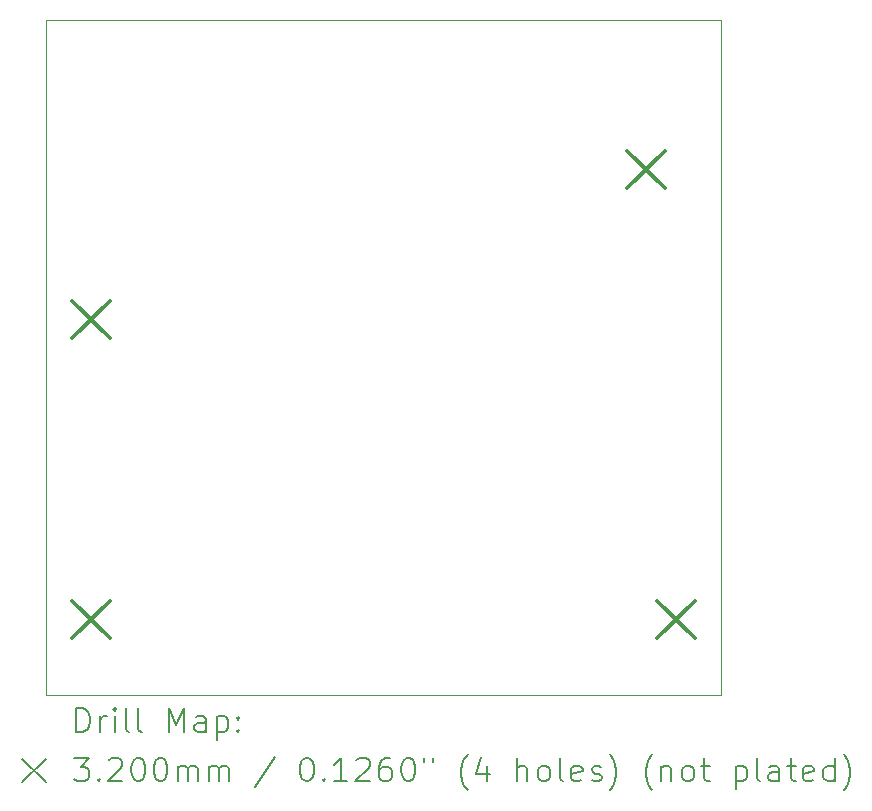
<source format=gbr>
%TF.GenerationSoftware,KiCad,Pcbnew,7.0.7*%
%TF.CreationDate,2023-10-17T18:54:56-07:00*%
%TF.ProjectId,Load Cell Ground Systems,4c6f6164-2043-4656-9c6c-2047726f756e,rev?*%
%TF.SameCoordinates,Original*%
%TF.FileFunction,Drillmap*%
%TF.FilePolarity,Positive*%
%FSLAX45Y45*%
G04 Gerber Fmt 4.5, Leading zero omitted, Abs format (unit mm)*
G04 Created by KiCad (PCBNEW 7.0.7) date 2023-10-17 18:54:56*
%MOMM*%
%LPD*%
G01*
G04 APERTURE LIST*
%ADD10C,0.100000*%
%ADD11C,0.200000*%
%ADD12C,0.320000*%
G04 APERTURE END LIST*
D10*
X2540000Y-2540000D02*
X8255000Y-2540000D01*
X8255000Y-8255000D01*
X2540000Y-8255000D01*
X2540000Y-2540000D01*
D11*
D12*
X2761000Y-4920000D02*
X3081000Y-5240000D01*
X3081000Y-4920000D02*
X2761000Y-5240000D01*
X2761000Y-7460000D02*
X3081000Y-7780000D01*
X3081000Y-7460000D02*
X2761000Y-7780000D01*
X7460000Y-3650000D02*
X7780000Y-3970000D01*
X7780000Y-3650000D02*
X7460000Y-3970000D01*
X7714000Y-7460000D02*
X8034000Y-7780000D01*
X8034000Y-7460000D02*
X7714000Y-7780000D01*
D11*
X2795777Y-8571484D02*
X2795777Y-8371484D01*
X2795777Y-8371484D02*
X2843396Y-8371484D01*
X2843396Y-8371484D02*
X2871967Y-8381008D01*
X2871967Y-8381008D02*
X2891015Y-8400055D01*
X2891015Y-8400055D02*
X2900539Y-8419103D01*
X2900539Y-8419103D02*
X2910062Y-8457198D01*
X2910062Y-8457198D02*
X2910062Y-8485770D01*
X2910062Y-8485770D02*
X2900539Y-8523865D01*
X2900539Y-8523865D02*
X2891015Y-8542912D01*
X2891015Y-8542912D02*
X2871967Y-8561960D01*
X2871967Y-8561960D02*
X2843396Y-8571484D01*
X2843396Y-8571484D02*
X2795777Y-8571484D01*
X2995777Y-8571484D02*
X2995777Y-8438150D01*
X2995777Y-8476246D02*
X3005301Y-8457198D01*
X3005301Y-8457198D02*
X3014824Y-8447674D01*
X3014824Y-8447674D02*
X3033872Y-8438150D01*
X3033872Y-8438150D02*
X3052920Y-8438150D01*
X3119586Y-8571484D02*
X3119586Y-8438150D01*
X3119586Y-8371484D02*
X3110062Y-8381008D01*
X3110062Y-8381008D02*
X3119586Y-8390531D01*
X3119586Y-8390531D02*
X3129110Y-8381008D01*
X3129110Y-8381008D02*
X3119586Y-8371484D01*
X3119586Y-8371484D02*
X3119586Y-8390531D01*
X3243396Y-8571484D02*
X3224348Y-8561960D01*
X3224348Y-8561960D02*
X3214824Y-8542912D01*
X3214824Y-8542912D02*
X3214824Y-8371484D01*
X3348158Y-8571484D02*
X3329110Y-8561960D01*
X3329110Y-8561960D02*
X3319586Y-8542912D01*
X3319586Y-8542912D02*
X3319586Y-8371484D01*
X3576729Y-8571484D02*
X3576729Y-8371484D01*
X3576729Y-8371484D02*
X3643396Y-8514341D01*
X3643396Y-8514341D02*
X3710062Y-8371484D01*
X3710062Y-8371484D02*
X3710062Y-8571484D01*
X3891015Y-8571484D02*
X3891015Y-8466722D01*
X3891015Y-8466722D02*
X3881491Y-8447674D01*
X3881491Y-8447674D02*
X3862443Y-8438150D01*
X3862443Y-8438150D02*
X3824348Y-8438150D01*
X3824348Y-8438150D02*
X3805301Y-8447674D01*
X3891015Y-8561960D02*
X3871967Y-8571484D01*
X3871967Y-8571484D02*
X3824348Y-8571484D01*
X3824348Y-8571484D02*
X3805301Y-8561960D01*
X3805301Y-8561960D02*
X3795777Y-8542912D01*
X3795777Y-8542912D02*
X3795777Y-8523865D01*
X3795777Y-8523865D02*
X3805301Y-8504817D01*
X3805301Y-8504817D02*
X3824348Y-8495293D01*
X3824348Y-8495293D02*
X3871967Y-8495293D01*
X3871967Y-8495293D02*
X3891015Y-8485770D01*
X3986253Y-8438150D02*
X3986253Y-8638150D01*
X3986253Y-8447674D02*
X4005301Y-8438150D01*
X4005301Y-8438150D02*
X4043396Y-8438150D01*
X4043396Y-8438150D02*
X4062443Y-8447674D01*
X4062443Y-8447674D02*
X4071967Y-8457198D01*
X4071967Y-8457198D02*
X4081491Y-8476246D01*
X4081491Y-8476246D02*
X4081491Y-8533389D01*
X4081491Y-8533389D02*
X4071967Y-8552436D01*
X4071967Y-8552436D02*
X4062443Y-8561960D01*
X4062443Y-8561960D02*
X4043396Y-8571484D01*
X4043396Y-8571484D02*
X4005301Y-8571484D01*
X4005301Y-8571484D02*
X3986253Y-8561960D01*
X4167205Y-8552436D02*
X4176729Y-8561960D01*
X4176729Y-8561960D02*
X4167205Y-8571484D01*
X4167205Y-8571484D02*
X4157682Y-8561960D01*
X4157682Y-8561960D02*
X4167205Y-8552436D01*
X4167205Y-8552436D02*
X4167205Y-8571484D01*
X4167205Y-8447674D02*
X4176729Y-8457198D01*
X4176729Y-8457198D02*
X4167205Y-8466722D01*
X4167205Y-8466722D02*
X4157682Y-8457198D01*
X4157682Y-8457198D02*
X4167205Y-8447674D01*
X4167205Y-8447674D02*
X4167205Y-8466722D01*
X2335000Y-8800000D02*
X2535000Y-9000000D01*
X2535000Y-8800000D02*
X2335000Y-9000000D01*
X2776729Y-8791484D02*
X2900539Y-8791484D01*
X2900539Y-8791484D02*
X2833872Y-8867674D01*
X2833872Y-8867674D02*
X2862443Y-8867674D01*
X2862443Y-8867674D02*
X2881491Y-8877198D01*
X2881491Y-8877198D02*
X2891015Y-8886722D01*
X2891015Y-8886722D02*
X2900539Y-8905770D01*
X2900539Y-8905770D02*
X2900539Y-8953389D01*
X2900539Y-8953389D02*
X2891015Y-8972436D01*
X2891015Y-8972436D02*
X2881491Y-8981960D01*
X2881491Y-8981960D02*
X2862443Y-8991484D01*
X2862443Y-8991484D02*
X2805301Y-8991484D01*
X2805301Y-8991484D02*
X2786253Y-8981960D01*
X2786253Y-8981960D02*
X2776729Y-8972436D01*
X2986253Y-8972436D02*
X2995777Y-8981960D01*
X2995777Y-8981960D02*
X2986253Y-8991484D01*
X2986253Y-8991484D02*
X2976729Y-8981960D01*
X2976729Y-8981960D02*
X2986253Y-8972436D01*
X2986253Y-8972436D02*
X2986253Y-8991484D01*
X3071967Y-8810531D02*
X3081491Y-8801008D01*
X3081491Y-8801008D02*
X3100539Y-8791484D01*
X3100539Y-8791484D02*
X3148158Y-8791484D01*
X3148158Y-8791484D02*
X3167205Y-8801008D01*
X3167205Y-8801008D02*
X3176729Y-8810531D01*
X3176729Y-8810531D02*
X3186253Y-8829579D01*
X3186253Y-8829579D02*
X3186253Y-8848627D01*
X3186253Y-8848627D02*
X3176729Y-8877198D01*
X3176729Y-8877198D02*
X3062443Y-8991484D01*
X3062443Y-8991484D02*
X3186253Y-8991484D01*
X3310062Y-8791484D02*
X3329110Y-8791484D01*
X3329110Y-8791484D02*
X3348158Y-8801008D01*
X3348158Y-8801008D02*
X3357682Y-8810531D01*
X3357682Y-8810531D02*
X3367205Y-8829579D01*
X3367205Y-8829579D02*
X3376729Y-8867674D01*
X3376729Y-8867674D02*
X3376729Y-8915293D01*
X3376729Y-8915293D02*
X3367205Y-8953389D01*
X3367205Y-8953389D02*
X3357682Y-8972436D01*
X3357682Y-8972436D02*
X3348158Y-8981960D01*
X3348158Y-8981960D02*
X3329110Y-8991484D01*
X3329110Y-8991484D02*
X3310062Y-8991484D01*
X3310062Y-8991484D02*
X3291015Y-8981960D01*
X3291015Y-8981960D02*
X3281491Y-8972436D01*
X3281491Y-8972436D02*
X3271967Y-8953389D01*
X3271967Y-8953389D02*
X3262443Y-8915293D01*
X3262443Y-8915293D02*
X3262443Y-8867674D01*
X3262443Y-8867674D02*
X3271967Y-8829579D01*
X3271967Y-8829579D02*
X3281491Y-8810531D01*
X3281491Y-8810531D02*
X3291015Y-8801008D01*
X3291015Y-8801008D02*
X3310062Y-8791484D01*
X3500539Y-8791484D02*
X3519586Y-8791484D01*
X3519586Y-8791484D02*
X3538634Y-8801008D01*
X3538634Y-8801008D02*
X3548158Y-8810531D01*
X3548158Y-8810531D02*
X3557682Y-8829579D01*
X3557682Y-8829579D02*
X3567205Y-8867674D01*
X3567205Y-8867674D02*
X3567205Y-8915293D01*
X3567205Y-8915293D02*
X3557682Y-8953389D01*
X3557682Y-8953389D02*
X3548158Y-8972436D01*
X3548158Y-8972436D02*
X3538634Y-8981960D01*
X3538634Y-8981960D02*
X3519586Y-8991484D01*
X3519586Y-8991484D02*
X3500539Y-8991484D01*
X3500539Y-8991484D02*
X3481491Y-8981960D01*
X3481491Y-8981960D02*
X3471967Y-8972436D01*
X3471967Y-8972436D02*
X3462443Y-8953389D01*
X3462443Y-8953389D02*
X3452920Y-8915293D01*
X3452920Y-8915293D02*
X3452920Y-8867674D01*
X3452920Y-8867674D02*
X3462443Y-8829579D01*
X3462443Y-8829579D02*
X3471967Y-8810531D01*
X3471967Y-8810531D02*
X3481491Y-8801008D01*
X3481491Y-8801008D02*
X3500539Y-8791484D01*
X3652920Y-8991484D02*
X3652920Y-8858150D01*
X3652920Y-8877198D02*
X3662443Y-8867674D01*
X3662443Y-8867674D02*
X3681491Y-8858150D01*
X3681491Y-8858150D02*
X3710063Y-8858150D01*
X3710063Y-8858150D02*
X3729110Y-8867674D01*
X3729110Y-8867674D02*
X3738634Y-8886722D01*
X3738634Y-8886722D02*
X3738634Y-8991484D01*
X3738634Y-8886722D02*
X3748158Y-8867674D01*
X3748158Y-8867674D02*
X3767205Y-8858150D01*
X3767205Y-8858150D02*
X3795777Y-8858150D01*
X3795777Y-8858150D02*
X3814824Y-8867674D01*
X3814824Y-8867674D02*
X3824348Y-8886722D01*
X3824348Y-8886722D02*
X3824348Y-8991484D01*
X3919586Y-8991484D02*
X3919586Y-8858150D01*
X3919586Y-8877198D02*
X3929110Y-8867674D01*
X3929110Y-8867674D02*
X3948158Y-8858150D01*
X3948158Y-8858150D02*
X3976729Y-8858150D01*
X3976729Y-8858150D02*
X3995777Y-8867674D01*
X3995777Y-8867674D02*
X4005301Y-8886722D01*
X4005301Y-8886722D02*
X4005301Y-8991484D01*
X4005301Y-8886722D02*
X4014824Y-8867674D01*
X4014824Y-8867674D02*
X4033872Y-8858150D01*
X4033872Y-8858150D02*
X4062443Y-8858150D01*
X4062443Y-8858150D02*
X4081491Y-8867674D01*
X4081491Y-8867674D02*
X4091015Y-8886722D01*
X4091015Y-8886722D02*
X4091015Y-8991484D01*
X4481491Y-8781960D02*
X4310063Y-9039103D01*
X4738634Y-8791484D02*
X4757682Y-8791484D01*
X4757682Y-8791484D02*
X4776729Y-8801008D01*
X4776729Y-8801008D02*
X4786253Y-8810531D01*
X4786253Y-8810531D02*
X4795777Y-8829579D01*
X4795777Y-8829579D02*
X4805301Y-8867674D01*
X4805301Y-8867674D02*
X4805301Y-8915293D01*
X4805301Y-8915293D02*
X4795777Y-8953389D01*
X4795777Y-8953389D02*
X4786253Y-8972436D01*
X4786253Y-8972436D02*
X4776729Y-8981960D01*
X4776729Y-8981960D02*
X4757682Y-8991484D01*
X4757682Y-8991484D02*
X4738634Y-8991484D01*
X4738634Y-8991484D02*
X4719587Y-8981960D01*
X4719587Y-8981960D02*
X4710063Y-8972436D01*
X4710063Y-8972436D02*
X4700539Y-8953389D01*
X4700539Y-8953389D02*
X4691015Y-8915293D01*
X4691015Y-8915293D02*
X4691015Y-8867674D01*
X4691015Y-8867674D02*
X4700539Y-8829579D01*
X4700539Y-8829579D02*
X4710063Y-8810531D01*
X4710063Y-8810531D02*
X4719587Y-8801008D01*
X4719587Y-8801008D02*
X4738634Y-8791484D01*
X4891015Y-8972436D02*
X4900539Y-8981960D01*
X4900539Y-8981960D02*
X4891015Y-8991484D01*
X4891015Y-8991484D02*
X4881491Y-8981960D01*
X4881491Y-8981960D02*
X4891015Y-8972436D01*
X4891015Y-8972436D02*
X4891015Y-8991484D01*
X5091015Y-8991484D02*
X4976729Y-8991484D01*
X5033872Y-8991484D02*
X5033872Y-8791484D01*
X5033872Y-8791484D02*
X5014825Y-8820055D01*
X5014825Y-8820055D02*
X4995777Y-8839103D01*
X4995777Y-8839103D02*
X4976729Y-8848627D01*
X5167206Y-8810531D02*
X5176729Y-8801008D01*
X5176729Y-8801008D02*
X5195777Y-8791484D01*
X5195777Y-8791484D02*
X5243396Y-8791484D01*
X5243396Y-8791484D02*
X5262444Y-8801008D01*
X5262444Y-8801008D02*
X5271968Y-8810531D01*
X5271968Y-8810531D02*
X5281491Y-8829579D01*
X5281491Y-8829579D02*
X5281491Y-8848627D01*
X5281491Y-8848627D02*
X5271968Y-8877198D01*
X5271968Y-8877198D02*
X5157682Y-8991484D01*
X5157682Y-8991484D02*
X5281491Y-8991484D01*
X5452920Y-8791484D02*
X5414825Y-8791484D01*
X5414825Y-8791484D02*
X5395777Y-8801008D01*
X5395777Y-8801008D02*
X5386253Y-8810531D01*
X5386253Y-8810531D02*
X5367206Y-8839103D01*
X5367206Y-8839103D02*
X5357682Y-8877198D01*
X5357682Y-8877198D02*
X5357682Y-8953389D01*
X5357682Y-8953389D02*
X5367206Y-8972436D01*
X5367206Y-8972436D02*
X5376729Y-8981960D01*
X5376729Y-8981960D02*
X5395777Y-8991484D01*
X5395777Y-8991484D02*
X5433872Y-8991484D01*
X5433872Y-8991484D02*
X5452920Y-8981960D01*
X5452920Y-8981960D02*
X5462444Y-8972436D01*
X5462444Y-8972436D02*
X5471968Y-8953389D01*
X5471968Y-8953389D02*
X5471968Y-8905770D01*
X5471968Y-8905770D02*
X5462444Y-8886722D01*
X5462444Y-8886722D02*
X5452920Y-8877198D01*
X5452920Y-8877198D02*
X5433872Y-8867674D01*
X5433872Y-8867674D02*
X5395777Y-8867674D01*
X5395777Y-8867674D02*
X5376729Y-8877198D01*
X5376729Y-8877198D02*
X5367206Y-8886722D01*
X5367206Y-8886722D02*
X5357682Y-8905770D01*
X5595777Y-8791484D02*
X5614825Y-8791484D01*
X5614825Y-8791484D02*
X5633872Y-8801008D01*
X5633872Y-8801008D02*
X5643396Y-8810531D01*
X5643396Y-8810531D02*
X5652920Y-8829579D01*
X5652920Y-8829579D02*
X5662444Y-8867674D01*
X5662444Y-8867674D02*
X5662444Y-8915293D01*
X5662444Y-8915293D02*
X5652920Y-8953389D01*
X5652920Y-8953389D02*
X5643396Y-8972436D01*
X5643396Y-8972436D02*
X5633872Y-8981960D01*
X5633872Y-8981960D02*
X5614825Y-8991484D01*
X5614825Y-8991484D02*
X5595777Y-8991484D01*
X5595777Y-8991484D02*
X5576729Y-8981960D01*
X5576729Y-8981960D02*
X5567206Y-8972436D01*
X5567206Y-8972436D02*
X5557682Y-8953389D01*
X5557682Y-8953389D02*
X5548158Y-8915293D01*
X5548158Y-8915293D02*
X5548158Y-8867674D01*
X5548158Y-8867674D02*
X5557682Y-8829579D01*
X5557682Y-8829579D02*
X5567206Y-8810531D01*
X5567206Y-8810531D02*
X5576729Y-8801008D01*
X5576729Y-8801008D02*
X5595777Y-8791484D01*
X5738634Y-8791484D02*
X5738634Y-8829579D01*
X5814825Y-8791484D02*
X5814825Y-8829579D01*
X6110063Y-9067674D02*
X6100539Y-9058150D01*
X6100539Y-9058150D02*
X6081491Y-9029579D01*
X6081491Y-9029579D02*
X6071968Y-9010531D01*
X6071968Y-9010531D02*
X6062444Y-8981960D01*
X6062444Y-8981960D02*
X6052920Y-8934341D01*
X6052920Y-8934341D02*
X6052920Y-8896246D01*
X6052920Y-8896246D02*
X6062444Y-8848627D01*
X6062444Y-8848627D02*
X6071968Y-8820055D01*
X6071968Y-8820055D02*
X6081491Y-8801008D01*
X6081491Y-8801008D02*
X6100539Y-8772436D01*
X6100539Y-8772436D02*
X6110063Y-8762912D01*
X6271968Y-8858150D02*
X6271968Y-8991484D01*
X6224348Y-8781960D02*
X6176729Y-8924817D01*
X6176729Y-8924817D02*
X6300539Y-8924817D01*
X6529110Y-8991484D02*
X6529110Y-8791484D01*
X6614825Y-8991484D02*
X6614825Y-8886722D01*
X6614825Y-8886722D02*
X6605301Y-8867674D01*
X6605301Y-8867674D02*
X6586253Y-8858150D01*
X6586253Y-8858150D02*
X6557682Y-8858150D01*
X6557682Y-8858150D02*
X6538634Y-8867674D01*
X6538634Y-8867674D02*
X6529110Y-8877198D01*
X6738634Y-8991484D02*
X6719587Y-8981960D01*
X6719587Y-8981960D02*
X6710063Y-8972436D01*
X6710063Y-8972436D02*
X6700539Y-8953389D01*
X6700539Y-8953389D02*
X6700539Y-8896246D01*
X6700539Y-8896246D02*
X6710063Y-8877198D01*
X6710063Y-8877198D02*
X6719587Y-8867674D01*
X6719587Y-8867674D02*
X6738634Y-8858150D01*
X6738634Y-8858150D02*
X6767206Y-8858150D01*
X6767206Y-8858150D02*
X6786253Y-8867674D01*
X6786253Y-8867674D02*
X6795777Y-8877198D01*
X6795777Y-8877198D02*
X6805301Y-8896246D01*
X6805301Y-8896246D02*
X6805301Y-8953389D01*
X6805301Y-8953389D02*
X6795777Y-8972436D01*
X6795777Y-8972436D02*
X6786253Y-8981960D01*
X6786253Y-8981960D02*
X6767206Y-8991484D01*
X6767206Y-8991484D02*
X6738634Y-8991484D01*
X6919587Y-8991484D02*
X6900539Y-8981960D01*
X6900539Y-8981960D02*
X6891015Y-8962912D01*
X6891015Y-8962912D02*
X6891015Y-8791484D01*
X7071968Y-8981960D02*
X7052920Y-8991484D01*
X7052920Y-8991484D02*
X7014825Y-8991484D01*
X7014825Y-8991484D02*
X6995777Y-8981960D01*
X6995777Y-8981960D02*
X6986253Y-8962912D01*
X6986253Y-8962912D02*
X6986253Y-8886722D01*
X6986253Y-8886722D02*
X6995777Y-8867674D01*
X6995777Y-8867674D02*
X7014825Y-8858150D01*
X7014825Y-8858150D02*
X7052920Y-8858150D01*
X7052920Y-8858150D02*
X7071968Y-8867674D01*
X7071968Y-8867674D02*
X7081491Y-8886722D01*
X7081491Y-8886722D02*
X7081491Y-8905770D01*
X7081491Y-8905770D02*
X6986253Y-8924817D01*
X7157682Y-8981960D02*
X7176730Y-8991484D01*
X7176730Y-8991484D02*
X7214825Y-8991484D01*
X7214825Y-8991484D02*
X7233872Y-8981960D01*
X7233872Y-8981960D02*
X7243396Y-8962912D01*
X7243396Y-8962912D02*
X7243396Y-8953389D01*
X7243396Y-8953389D02*
X7233872Y-8934341D01*
X7233872Y-8934341D02*
X7214825Y-8924817D01*
X7214825Y-8924817D02*
X7186253Y-8924817D01*
X7186253Y-8924817D02*
X7167206Y-8915293D01*
X7167206Y-8915293D02*
X7157682Y-8896246D01*
X7157682Y-8896246D02*
X7157682Y-8886722D01*
X7157682Y-8886722D02*
X7167206Y-8867674D01*
X7167206Y-8867674D02*
X7186253Y-8858150D01*
X7186253Y-8858150D02*
X7214825Y-8858150D01*
X7214825Y-8858150D02*
X7233872Y-8867674D01*
X7310063Y-9067674D02*
X7319587Y-9058150D01*
X7319587Y-9058150D02*
X7338634Y-9029579D01*
X7338634Y-9029579D02*
X7348158Y-9010531D01*
X7348158Y-9010531D02*
X7357682Y-8981960D01*
X7357682Y-8981960D02*
X7367206Y-8934341D01*
X7367206Y-8934341D02*
X7367206Y-8896246D01*
X7367206Y-8896246D02*
X7357682Y-8848627D01*
X7357682Y-8848627D02*
X7348158Y-8820055D01*
X7348158Y-8820055D02*
X7338634Y-8801008D01*
X7338634Y-8801008D02*
X7319587Y-8772436D01*
X7319587Y-8772436D02*
X7310063Y-8762912D01*
X7671968Y-9067674D02*
X7662444Y-9058150D01*
X7662444Y-9058150D02*
X7643396Y-9029579D01*
X7643396Y-9029579D02*
X7633872Y-9010531D01*
X7633872Y-9010531D02*
X7624349Y-8981960D01*
X7624349Y-8981960D02*
X7614825Y-8934341D01*
X7614825Y-8934341D02*
X7614825Y-8896246D01*
X7614825Y-8896246D02*
X7624349Y-8848627D01*
X7624349Y-8848627D02*
X7633872Y-8820055D01*
X7633872Y-8820055D02*
X7643396Y-8801008D01*
X7643396Y-8801008D02*
X7662444Y-8772436D01*
X7662444Y-8772436D02*
X7671968Y-8762912D01*
X7748158Y-8858150D02*
X7748158Y-8991484D01*
X7748158Y-8877198D02*
X7757682Y-8867674D01*
X7757682Y-8867674D02*
X7776730Y-8858150D01*
X7776730Y-8858150D02*
X7805301Y-8858150D01*
X7805301Y-8858150D02*
X7824349Y-8867674D01*
X7824349Y-8867674D02*
X7833872Y-8886722D01*
X7833872Y-8886722D02*
X7833872Y-8991484D01*
X7957682Y-8991484D02*
X7938634Y-8981960D01*
X7938634Y-8981960D02*
X7929111Y-8972436D01*
X7929111Y-8972436D02*
X7919587Y-8953389D01*
X7919587Y-8953389D02*
X7919587Y-8896246D01*
X7919587Y-8896246D02*
X7929111Y-8877198D01*
X7929111Y-8877198D02*
X7938634Y-8867674D01*
X7938634Y-8867674D02*
X7957682Y-8858150D01*
X7957682Y-8858150D02*
X7986253Y-8858150D01*
X7986253Y-8858150D02*
X8005301Y-8867674D01*
X8005301Y-8867674D02*
X8014825Y-8877198D01*
X8014825Y-8877198D02*
X8024349Y-8896246D01*
X8024349Y-8896246D02*
X8024349Y-8953389D01*
X8024349Y-8953389D02*
X8014825Y-8972436D01*
X8014825Y-8972436D02*
X8005301Y-8981960D01*
X8005301Y-8981960D02*
X7986253Y-8991484D01*
X7986253Y-8991484D02*
X7957682Y-8991484D01*
X8081492Y-8858150D02*
X8157682Y-8858150D01*
X8110063Y-8791484D02*
X8110063Y-8962912D01*
X8110063Y-8962912D02*
X8119587Y-8981960D01*
X8119587Y-8981960D02*
X8138634Y-8991484D01*
X8138634Y-8991484D02*
X8157682Y-8991484D01*
X8376730Y-8858150D02*
X8376730Y-9058150D01*
X8376730Y-8867674D02*
X8395777Y-8858150D01*
X8395777Y-8858150D02*
X8433873Y-8858150D01*
X8433873Y-8858150D02*
X8452920Y-8867674D01*
X8452920Y-8867674D02*
X8462444Y-8877198D01*
X8462444Y-8877198D02*
X8471968Y-8896246D01*
X8471968Y-8896246D02*
X8471968Y-8953389D01*
X8471968Y-8953389D02*
X8462444Y-8972436D01*
X8462444Y-8972436D02*
X8452920Y-8981960D01*
X8452920Y-8981960D02*
X8433873Y-8991484D01*
X8433873Y-8991484D02*
X8395777Y-8991484D01*
X8395777Y-8991484D02*
X8376730Y-8981960D01*
X8586254Y-8991484D02*
X8567206Y-8981960D01*
X8567206Y-8981960D02*
X8557682Y-8962912D01*
X8557682Y-8962912D02*
X8557682Y-8791484D01*
X8748158Y-8991484D02*
X8748158Y-8886722D01*
X8748158Y-8886722D02*
X8738635Y-8867674D01*
X8738635Y-8867674D02*
X8719587Y-8858150D01*
X8719587Y-8858150D02*
X8681492Y-8858150D01*
X8681492Y-8858150D02*
X8662444Y-8867674D01*
X8748158Y-8981960D02*
X8729111Y-8991484D01*
X8729111Y-8991484D02*
X8681492Y-8991484D01*
X8681492Y-8991484D02*
X8662444Y-8981960D01*
X8662444Y-8981960D02*
X8652920Y-8962912D01*
X8652920Y-8962912D02*
X8652920Y-8943865D01*
X8652920Y-8943865D02*
X8662444Y-8924817D01*
X8662444Y-8924817D02*
X8681492Y-8915293D01*
X8681492Y-8915293D02*
X8729111Y-8915293D01*
X8729111Y-8915293D02*
X8748158Y-8905770D01*
X8814825Y-8858150D02*
X8891015Y-8858150D01*
X8843396Y-8791484D02*
X8843396Y-8962912D01*
X8843396Y-8962912D02*
X8852920Y-8981960D01*
X8852920Y-8981960D02*
X8871968Y-8991484D01*
X8871968Y-8991484D02*
X8891015Y-8991484D01*
X9033873Y-8981960D02*
X9014825Y-8991484D01*
X9014825Y-8991484D02*
X8976730Y-8991484D01*
X8976730Y-8991484D02*
X8957682Y-8981960D01*
X8957682Y-8981960D02*
X8948158Y-8962912D01*
X8948158Y-8962912D02*
X8948158Y-8886722D01*
X8948158Y-8886722D02*
X8957682Y-8867674D01*
X8957682Y-8867674D02*
X8976730Y-8858150D01*
X8976730Y-8858150D02*
X9014825Y-8858150D01*
X9014825Y-8858150D02*
X9033873Y-8867674D01*
X9033873Y-8867674D02*
X9043396Y-8886722D01*
X9043396Y-8886722D02*
X9043396Y-8905770D01*
X9043396Y-8905770D02*
X8948158Y-8924817D01*
X9214825Y-8991484D02*
X9214825Y-8791484D01*
X9214825Y-8981960D02*
X9195777Y-8991484D01*
X9195777Y-8991484D02*
X9157682Y-8991484D01*
X9157682Y-8991484D02*
X9138635Y-8981960D01*
X9138635Y-8981960D02*
X9129111Y-8972436D01*
X9129111Y-8972436D02*
X9119587Y-8953389D01*
X9119587Y-8953389D02*
X9119587Y-8896246D01*
X9119587Y-8896246D02*
X9129111Y-8877198D01*
X9129111Y-8877198D02*
X9138635Y-8867674D01*
X9138635Y-8867674D02*
X9157682Y-8858150D01*
X9157682Y-8858150D02*
X9195777Y-8858150D01*
X9195777Y-8858150D02*
X9214825Y-8867674D01*
X9291016Y-9067674D02*
X9300539Y-9058150D01*
X9300539Y-9058150D02*
X9319587Y-9029579D01*
X9319587Y-9029579D02*
X9329111Y-9010531D01*
X9329111Y-9010531D02*
X9338635Y-8981960D01*
X9338635Y-8981960D02*
X9348158Y-8934341D01*
X9348158Y-8934341D02*
X9348158Y-8896246D01*
X9348158Y-8896246D02*
X9338635Y-8848627D01*
X9338635Y-8848627D02*
X9329111Y-8820055D01*
X9329111Y-8820055D02*
X9319587Y-8801008D01*
X9319587Y-8801008D02*
X9300539Y-8772436D01*
X9300539Y-8772436D02*
X9291016Y-8762912D01*
M02*

</source>
